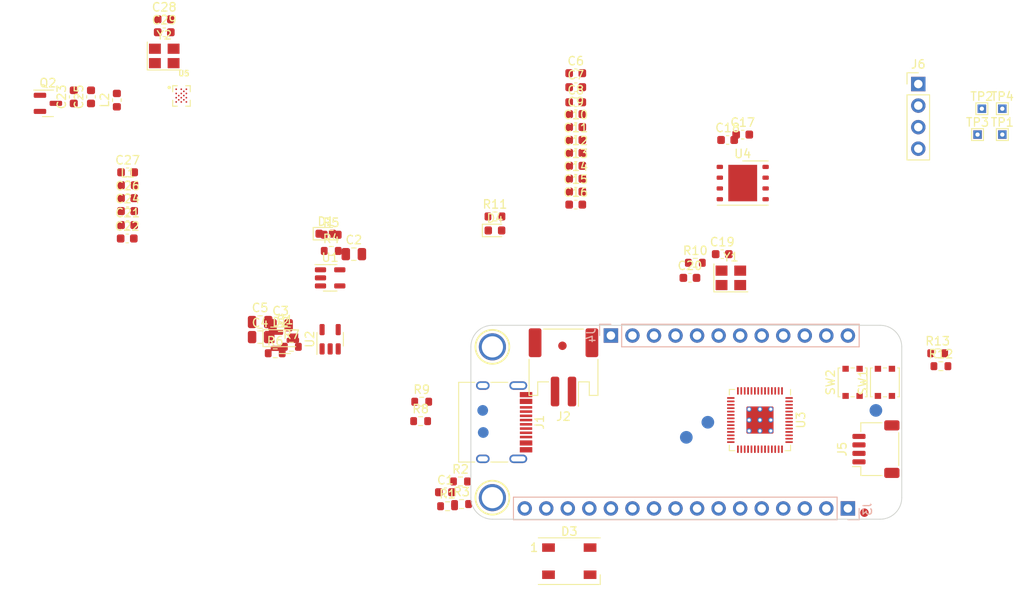
<source format=kicad_pcb>
(kicad_pcb (version 20210824) (generator pcbnew)
  (layers (0 "F.Cu" signal) (31 "B.Cu" signal) (34 "B.Paste" user) (35 "F.Paste" user) (36 "B.SilkS" user "B.Silkscreen") (37 "F.SilkS" user "F.Silkscreen") (38 "B.Mask" user) (39 "F.Mask" user) (44 "Edge.Cuts" user))
  (net 0 "")
  (net 1 "Net-(C1-Pad1)")
  (net 2 "GND")
  (net 3 "+BATT")
  (net 4 "/V_IN")
  (net 5 "+3V3")
  (net 6 "VDD")
  (net 7 "/RP_XIN")
  (net 8 "Net-(C20-Pad1)")
  (net 9 "Net-(AE1-Pad1)")
  (net 10 "Net-(C22-Pad1)")
  (net 11 "/DA_VIN")
  (net 12 "/DA_VREG")
  (net 13 "Net-(C27-Pad1)")
  (net 14 "Net-(C28-Pad1)")
  (net 15 "Net-(C29-Pad1)")
  (net 16 "Net-(D1-Pad1)")
  (net 17 "VUSB")
  (net 18 "/NEOPIX")
  (net 20 "Net-(D4-Pad2)")
  (net 21 "/D+")
  (net 22 "/CC2")
  (net 24 "/D-")
  (net 25 "/CC1")
  (net 27 "/D4")
  (net 28 "/TX")
  (net 29 "/RX")
  (net 30 "/MISO")
  (net 31 "/MOSI")
  (net 32 "/SCK")
  (net 33 "/D25")
  (net 34 "/D24")
  (net 35 "/A3")
  (net 36 "/A2")
  (net 37 "/A1")
  (net 38 "/A0")
  (net 39 "/~{RESET}")
  (net 40 "/EN")
  (net 41 "/D13")
  (net 42 "/D12")
  (net 43 "/D11")
  (net 44 "/D10")
  (net 45 "/D9")
  (net 46 "/D6")
  (net 47 "/D5")
  (net 48 "/SCL")
  (net 49 "/SDA")
  (net 50 "/RP_SWCLK")
  (net 51 "/RP_SWDIO")
  (net 52 "/DA_SWCLK")
  (net 53 "/DA_SWDIO")
  (net 54 "Net-(L2-Pad2)")
  (net 55 "/DA_PWR")
  (net 56 "/CHG_PROG")
  (net 57 "/CHG_STAT")
  (net 58 "/RP_D+")
  (net 59 "/RP_D-")
  (net 60 "/RP_XOUT")
  (net 61 "/QSPI_SS")
  (net 63 "/DA_RX")
  (net 64 "/DA_TX")
  (net 70 "/QSPI_SD3")
  (net 71 "/QSPI_SCLK")
  (net 72 "/QSPI_SD0")
  (net 73 "/QSPI_SD2")
  (net 74 "/QSPI_SD1")
  (net 77 "/USB_BOOT")
  (footprint "Capacitor_SMD:C_0805_2012Metric" (layer "F.Cu") (at 60.071 85.852)
    (fp_text reference "C3" (at 0 -1.68) (layer "F.SilkS"))
    (fp_text value "10u")
    (pad "1" smd roundrect locked (at -0.95 0) (size 1 1.45) (layers "F.Cu" "F.Paste" "F.Mask") (net 4 "/V_IN"))
    (pad "2" smd roundrect locked (at 0.95 0) (size 1 1.45) (layers "F.Cu" "F.Paste" "F.Mask") (net 2 "GND"))
  )
  (footprint "Resistor_SMD:R_0603_1608Metric" (layer "F.Cu") (at 108.966 78.486)
    (fp_text reference "R10" (at 0 -1.43) (layer "F.SilkS"))
    (fp_text value "1k")
    (pad "1" smd roundrect locked (at -0.825 0) (size 0.8 0.95) (layers "F.Cu" "F.Paste" "F.Mask") (net 60 "/RP_XOUT"))
    (pad "2" smd roundrect locked (at 0.825 0) (size 0.8 0.95) (layers "F.Cu" "F.Paste" "F.Mask") (net 8 "Net-(C20-Pad1)"))
  )
  (footprint "TestPoint:TestPoint_THTPad_1.0x1.0mm_Drill0.5mm" (layer "F.Cu") (at 145.161 63.373)
    (fp_text reference "TP1" (at 0 -1.448) (layer "F.SilkS"))
    (fp_text value "SWDIO")
    (pad "1" thru_hole rect locked (at 0 0) (size 1 1) (drill 0.5) (layers *.Cu *.Mask) (net 51 "/RP_SWDIO"))
  )
  (footprint "Capacitor_SMD:C_0603_1608Metric" (layer "F.Cu") (at 108.331 80.264)
    (fp_text reference "C20" (at 0 -1.43) (layer "F.SilkS"))
    (fp_text value "22p")
    (pad "1" smd roundrect locked (at -0.775 0) (size 0.9 0.95) (layers "F.Cu" "F.Paste" "F.Mask") (net 8 "Net-(C20-Pad1)"))
    (pad "2" smd roundrect locked (at 0.775 0) (size 0.9 0.95) (layers "F.Cu" "F.Paste" "F.Mask") (net 2 "GND"))
  )
  (footprint "Resistor_SMD:R_0603_1608Metric" (layer "F.Cu") (at 66.04 77.089)
    (fp_text reference "R4" (at 0 -1.43) (layer "F.SilkS"))
    (fp_text value "10k")
    (pad "1" smd roundrect locked (at -0.825 0) (size 0.8 0.95) (layers "F.Cu" "F.Paste" "F.Mask") (net 56 "/CHG_PROG"))
    (pad "2" smd roundrect locked (at 0.825 0) (size 0.8 0.95) (layers "F.Cu" "F.Paste" "F.Mask") (net 2 "GND"))
  )
  (footprint "Package_SON:WSON-8-1EP_6x5mm_P1.27mm_EP3.4x4.3mm" (layer "F.Cu") (at 114.554 69.088)
    (fp_text reference "U4" (at 0 -3.45) (layer "F.SilkS"))
    (fp_text value "W25Q16JVUXIQ")
    (pad "1" smd roundrect locked (at -2.7 -1.905) (size 0.75 0.5) (layers "F.Cu" "F.Paste" "F.Mask") (net 61 "/QSPI_SS"))
    (pad "2" smd roundrect locked (at -2.7 -0.635) (size 0.75 0.5) (layers "F.Cu" "F.Paste" "F.Mask") (net 74 "/QSPI_SD1"))
    (pad "3" smd roundrect locked (at -2.7 0.635) (size 0.75 0.5) (layers "F.Cu" "F.Paste" "F.Mask") (net 73 "/QSPI_SD2"))
    (pad "4" smd roundrect locked (at -2.7 1.905) (size 0.75 0.5) (layers "F.Cu" "F.Paste" "F.Mask") (net 2 "GND"))
    (pad "5" smd roundrect locked (at 2.7 1.905) (size 0.75 0.5) (layers "F.Cu" "F.Paste" "F.Mask") (net 72 "/QSPI_SD0"))
    (pad "6" smd roundrect locked (at 2.7 0.635) (size 0.75 0.5) (layers "F.Cu" "F.Paste" "F.Mask") (net 71 "/QSPI_SCLK"))
    (pad "7" smd roundrect locked (at 2.7 -0.635) (size 0.75 0.5) (layers "F.Cu" "F.Paste" "F.Mask") (net 70 "/QSPI_SD3"))
    (pad "8" smd roundrect locked (at 2.7 -1.905) (size 0.75 0.5) (layers "F.Cu" "F.Paste" "F.Mask") (net 5 "+3V3"))
    (pad "9" smd rect locked (at 0 0) (size 3.4 4.3) (layers "F.Cu" "F.Mask") (net 2 "GND"))
  )
  (footprint "Capacitor_SMD:C_0603_1608Metric" (layer "F.Cu") (at 94.869 68.58)
    (fp_text reference "C14" (at 0 -1.43) (layer "F.SilkS"))
    (fp_text value "2.2u")
    (pad "1" smd roundrect locked (at -0.775 0) (size 0.9 0.95) (layers "F.Cu" "F.Paste" "F.Mask") (net 6 "VDD"))
    (pad "2" smd roundrect locked (at 0.775 0) (size 0.9 0.95) (layers "F.Cu" "F.Paste" "F.Mask") (net 2 "GND"))
  )
  (footprint "TestPoint:TestPoint_THTPad_1.0x1.0mm_Drill0.5mm" (layer "F.Cu") (at 142.24 63.373)
    (fp_text reference "TP3" (at 0 -1.448) (layer "F.SilkS"))
    (fp_text value "SWDIO")
    (pad "1" thru_hole rect locked (at 0 0) (size 1 1) (drill 0.5) (layers *.Cu *.Mask) (net 53 "/DA_SWDIO"))
  )
  (footprint "Capacitor_SMD:C_0603_1608Metric" (layer "F.Cu") (at 41.989 75.624)
    (fp_text reference "C22" (at 0 -1.43) (layer "F.SilkS"))
    (fp_text value "1.8p")
    (pad "1" smd roundrect locked (at -0.775 0) (size 0.9 0.95) (layers "F.Cu" "F.Paste" "F.Mask") (net 10 "Net-(C22-Pad1)"))
    (pad "2" smd roundrect locked (at 0.775 0) (size 0.9 0.95) (layers "F.Cu" "F.Paste" "F.Mask") (net 9 "Net-(AE1-Pad1)"))
  )
  (footprint "Capacitor_SMD:C_0603_1608Metric" (layer "F.Cu") (at 42.037 72.39)
    (fp_text reference "C24" (at 0 -1.43) (layer "F.SilkS"))
    (fp_text value "0.8p")
    (pad "1" smd roundrect locked (at -0.775 0) (size 0.9 0.95) (layers "F.Cu" "F.Paste" "F.Mask") (net 10 "Net-(C22-Pad1)"))
    (pad "2" smd roundrect locked (at 0.775 0) (size 0.9 0.95) (layers "F.Cu" "F.Paste" "F.Mask") (net 2 "GND"))
  )
  (footprint "Adafruit Feather RP2040:MOUNTINGHOLE_2.5_PLATED" (layer "F.Cu") (at 85.043238 106.17815 -90)
    (fp_text reference "U$32" hide)
    (fp_text value "MOUNTINGHOLE2.5" hide)
    (pad "P$1" thru_hole circle locked (at 0 0 270) (size 3.2 3.2) (drill 2.5) (layers *.Cu *.Mask))
  )
  (footprint "Connector_JST:JST_SH_SM04B-SRSS-TB_1x04-1MP_P1.00mm_Horizontal" (layer "F.Cu") (at 130.261738 100.457 90)
    (fp_text reference "J5" (at 0 -3.98 90) (layer "F.SilkS"))
    (fp_text value "Qwiic/STEMMA QT")
    (pad "1" smd roundrect locked (at -1.5 -2 90) (size 0.6 1.55) (layers "F.Cu" "F.Paste" "F.Mask") (net 2 "GND"))
    (pad "2" smd roundrect locked (at -0.5 -2 90) (size 0.6 1.55) (layers "F.Cu" "F.Paste" "F.Mask") (net 5 "+3V3"))
    (pad "3" smd roundrect locked (at 0.5 -2 90) (size 0.6 1.55) (layers "F.Cu" "F.Paste" "F.Mask") (net 49 "/SDA"))
    (pad "4" smd roundrect locked (at 1.5 -2 90) (size 0.6 1.55) (layers "F.Cu" "F.Paste" "F.Mask") (net 48 "/SCL"))
    (pad "MP" smd roundrect locked (at -2.8 1.875 90) (size 1.2 1.8) (layers "F.Cu" "F.Paste" "F.Mask") (roundrect_rratio 0.208333) (net 2 "GND"))
    (pad "MP" smd roundrect locked (at 2.8 1.875 90) (size 1.2 1.8) (layers "F.Cu" "F.Paste" "F.Mask") (roundrect_rratio 0.208333) (net 2 "GND"))
  )
  (footprint "Inductor_SMD:L_0603_1608Metric" (layer "F.Cu") (at 42.0625 69.342)
    (fp_text reference "L1" (at 0 -1.43) (layer "F.SilkS"))
    (fp_text value "2.2u")
    (pad "1" smd roundrect locked (at -0.7875 0) (size 0.875 0.95) (layers "F.Cu" "F.Paste" "F.Mask") (net 10 "Net-(C22-Pad1)"))
    (pad "2" smd roundrect locked (at 0.7875 0) (size 0.875 0.95) (layers "F.Cu" "F.Paste" "F.Mask") (net 13 "Net-(C27-Pad1)"))
  )
  (footprint "rp2040_bt_feather:SW_SPST_PTS830" (layer "F.Cu") (at 131.318 92.583 90)
    (fp_text reference "SW1" (at 0 -2.6 90) (layer "F.SilkS"))
    (fp_text value "SW_Push")
    (pad "1" smd rect locked (at 1.6 -0.825 90) (size 0.7 0.75) (layers "F.Cu" "F.Paste" "F.Mask") (net 2 "GND"))
    (pad "1" smd rect locked (at -1.6 -0.825 90) (size 0.7 0.75) (layers "F.Cu" "F.Paste" "F.Mask") (net 2 "GND"))
    (pad "2" smd rect locked (at 1.6 0.825 90) (size 0.7 0.75) (layers "F.Cu" "F.Paste" "F.Mask") (net 77 "/USB_BOOT"))
    (pad "2" smd rect locked (at -1.6 0.825 90) (size 0.7 0.75) (layers "F.Cu" "F.Paste" "F.Mask") (net 77 "/USB_BOOT"))
  )
  (footprint "Adafruit Feather RP2040:RP2040_TOP" (layer "F.Cu") (at 82.503238 108.71815)
    (fp_text reference "U$43" hide)
    (fp_text value "" hide)
  )
  (footprint "TestPoint:TestPoint_THTPad_1.0x1.0mm_Drill0.5mm" (layer "F.Cu") (at 142.748 60.325)
    (fp_text reference "TP2" (at 0 -1.448) (layer "F.SilkS"))
    (fp_text value "SWCLK")
    (pad "1" thru_hole rect locked (at 0 0) (size 1 1) (drill 0.5) (layers *.Cu *.Mask) (net 50 "/RP_SWCLK"))
  )
  (footprint "Resistor_SMD:R_0603_1608Metric" (layer "F.Cu") (at 59.436 89.154)
    (fp_text reference "R6" (at 0 -1.43) (layer "F.SilkS"))
    (fp_text value "10k")
    (pad "1" smd roundrect locked (at -0.825 0) (size 0.8 0.95) (layers "F.Cu" "F.Paste" "F.Mask") (net 17 "VUSB"))
    (pad "2" smd roundrect locked (at 0.825 0) (size 0.8 0.95) (layers "F.Cu" "F.Paste" "F.Mask") (net 2 "GND"))
  )
  (footprint "Capacitor_SMD:C_0603_1608Metric" (layer "F.Cu") (at 42.037 70.866)
    (fp_text reference "C26" (at 0 -1.43) (layer "F.SilkS"))
    (fp_text value "1.8p")
    (pad "1" smd roundrect locked (at -0.775 0) (size 0.9 0.95) (layers "F.Cu" "F.Paste" "F.Mask") (net 10 "Net-(C22-Pad1)"))
    (pad "2" smd roundrect locked (at 0.775 0) (size 0.9 0.95) (layers "F.Cu" "F.Paste" "F.Mask") (net 2 "GND"))
  )
  (footprint "Resistor_SMD:R_0603_1608Metric" (layer "F.Cu") (at 76.581 97.155)
    (fp_text reference "R8" (at 0 -1.43) (layer "F.SilkS"))
    (fp_text value "27")
    (pad "1" smd roundrect locked (at -0.825 0) (size 0.8 0.95) (layers "F.Cu" "F.Paste" "F.Mask") (net 21 "/D+"))
    (pad "2" smd roundrect locked (at 0.825 0) (size 0.8 0.95) (layers "F.Cu" "F.Paste" "F.Mask") (net 58 "/RP_D+"))
  )
  (footprint "Resistor_SMD:R_0603_1608Metric" (layer "F.Cu") (at 76.708 94.869)
    (fp_text reference "R9" (at 0 -1.43) (layer "F.SilkS"))
    (fp_text value "27")
    (pad "1" smd roundrect locked (at -0.825 0) (size 0.8 0.95) (layers "F.Cu" "F.Paste" "F.Mask") (net 24 "/D-"))
    (pad "2" smd roundrect locked (at 0.825 0) (size 0.8 0.95) (layers "F.Cu" "F.Paste" "F.Mask") (net 59 "/RP_D-"))
  )
  (footprint "Package_TO_SOT_SMD:SOT-23" (layer "F.Cu") (at 60.579 87.63)
    (fp_text reference "Q1" (at 0 -2.4) (layer "F.SilkS"))
    (fp_text value "DMG3415U-7?")
    (pad "1" smd roundrect locked (at -0.9375 -0.95) (size 1.475 0.6) (layers "F.Cu" "F.Paste" "F.Mask") (net 3 "+BATT"))
    (pad "2" smd roundrect locked (at -0.9375 0.95) (size 1.475 0.6) (layers "F.Cu" "F.Paste" "F.Mask") (net 17 "VUSB"))
    (pad "3" smd roundrect locked (at 0.9375 0) (size 1.475 0.6) (layers "F.Cu" "F.Paste" "F.Mask") (net 4 "/V_IN"))
  )
  (footprint "Connector_PinHeader_2.54mm:PinHeader_1x04_P2.54mm_Vertical" (layer "F.Cu") (at 135.255 57.414)
    (fp_text reference "J6" (at 0 -2.33) (layer "F.SilkS"))
    (fp_text value "SWD")
    (pad "1" thru_hole rect locked (at 0 0) (size 1.7 1.7) (drill 1) (layers *.Cu *.Mask) (net 50 "/RP_SWCLK"))
    (pad "2" thru_hole oval locked (at 0 2.54) (size 1.7 1.7) (drill 1) (layers *.Cu *.Mask) (net 51 "/RP_SWDIO"))
    (pad "3" thru_hole oval locked (at 0 5.08) (size 1.7 1.7) (drill 1) (layers *.Cu *.Mask) (net 52 "/DA_SWCLK"))
    (pad "4" thru_hole oval locked (at 0 7.62) (size 1.7 1.7) (drill 1) (layers *.Cu *.Mask) (net 53 "/DA_SWDIO"))
  )
  (footprint "Capacitor_SMD:C_0603_1608Metric" (layer "F.Cu") (at 112.141 77.47)
    (fp_text reference "C19" (at 0 -1.43) (layer "F.SilkS"))
    (fp_text value "22p")
    (pad "1" smd roundrect locked (at -0.775 0) (size 0.9 0.95) (layers "F.Cu" "F.Paste" "F.Mask") (net 7 "/RP_XIN"))
    (pad "2" smd roundrect locked (at 0.775 0) (size 0.9 0.95) (layers "F.Cu" "F.Paste" "F.Mask") (net 2 "GND"))
  )
  (footprint "Diode_SMD:D_SOD-123F" (layer "F.Cu") (at 60.198 87.376)
    (fp_text reference "D2" (at -0.127 -1.905) (layer "F.SilkS"))
    (fp_text value "D_Schottky")
    (pad "1" smd rect locked (at -1.4 0) (size 1.1 1.1) (layers "F.Cu" "F.Paste" "F.Mask") (net 4 "/V_IN"))
    (pad "2" smd rect locked (at 1.4 0) (size 1.1 1.1) (layers "F.Cu" "F.Paste" "F.Mask") (net 17 "VUSB"))
  )
  (footprint "Resistor_SMD:R_0603_1608Metric" (layer "F.Cu") (at 137.541 89.154)
    (fp_text reference "R13" (at 0 -1.43) (layer "F.SilkS"))
    (fp_text value "10k")
    (pad "1" smd roundrect locked (at -0.825 0) (size 0.8 0.95) (layers "F.Cu" "F.Paste" "F.Mask") (net 5 "+3V3"))
    (pad "2" smd roundrect locked (at 0.825 0) (size 0.8 0.95) (layers "F.Cu" "F.Paste" "F.Mask") (net 39 "/~{RESET}"))
  )
  (footprint "Capacitor_SMD:C_0603_1608Metric" (layer "F.Cu") (at 94.869 64.008)
    (fp_text reference "C11" (at 0 -1.43) (layer "F.SilkS"))
    (fp_text value "100n")
    (pad "1" smd roundrect locked (at -0.775 0) (size 0.9 0.95) (layers "F.Cu" "F.Paste" "F.Mask") (net 5 "+3V3"))
    (pad "2" smd roundrect locked (at 0.775 0) (size 0.9 0.95) (layers "F.Cu" "F.Paste" "F.Mask") (net 2 "GND"))
  )
  (footprint "Capacitor_SMD:C_0603_1608Metric" (layer "F.Cu") (at 114.554 63.373)
    (fp_text reference "C17" (at 0 -1.43) (layer "F.SilkS"))
    (fp_text value "100n")
    (pad "1" smd roundrect locked (at -0.775 0) (size 0.9 0.95) (layers "F.Cu" "F.Paste" "F.Mask") (net 5 "+3V3"))
    (pad "2" smd roundrect locked (at 0.775 0) (size 0.9 0.95) (layers "F.Cu" "F.Paste" "F.Mask") (net 2 "GND"))
  )
  (footprint "Adafruit Feather RP2040:MOUNTINGHOLE_2.5_PLATED" (layer "F.Cu") (at 85.043238 88.39815 -90)
    (fp_text reference "U$31" hide)
    (fp_text value "MOUNTINGHOLE2.5" hide)
    (pad "P$1" thru_hole circle locked (at 0 0 270) (size 3.2 3.2) (drill 2.5) (layers *.Cu *.Mask))
  )
  (footprint "Diode_SMD:D_0603_1608Metric" (layer "F.Cu") (at 65.405 75.057)
    (fp_text reference "D1" (at 0 -1.43) (layer "F.SilkS"))
    (fp_text value "ORANGE")
    (pad "1" smd roundrect locked (at -0.7875 0) (size 0.875 0.95) (layers "F.Cu" "F.Paste" "F.Mask") (net 16 "Net-(D1-Pad1)"))
    (pad "2" smd roundrect locked (at 0.7875 0) (size 0.875 0.95) (layers "F.Cu" "F.Paste" "F.Mask") (net 17 "VUSB"))
  )
  (footprint "Inductor_SMD:L_0603_1608Metric" (layer "F.Cu") (at 40.767 59.309 90)
    (fp_text reference "L2" (at 0 -1.43 90) (layer "F.SilkS"))
    (fp_text value "2.2u")
    (pad "1" smd roundrect locked (at -0.7875 0 90) (size 0.875 0.95) (layers "F.Cu" "F.Paste" "F.Mask") (net 12 "/DA_VREG"))
    (pad "2" smd roundrect locked (at 0.7875 0 90) (size 0.875 0.95) (layers "F.Cu" "F.Paste" "F.Mask") (net 54 "Net-(L2-Pad2)"))
  )
  (footprint "rp2040_bt_feather:RP2040-QFN-56" (layer "F.Cu") (at 116.586 97.028 -90)
    (fp_text reference "U3" (at 0 -4.82 90) (layer "F.SilkS"))
    (fp_text value "RP2040")
    (pad "1" smd roundrect (at -3.4375 -2.6 270) (size 0.875 0.2) (layers "F.Cu" "F.Paste" "F.Mask") (net 5 "+3V3"))
    (pad "2" smd roundrect (at -3.4375 -2.2 270) (size 0.875 0.2) (layers "F.Cu" "F.Paste" "F.Mask") (net 28 "/TX"))
    (pad "3" smd roundrect (at -3.4375 -1.8 270) (size 0.875 0.2) (layers "F.Cu" "F.Paste" "F.Mask") (net 29 "/RX"))
    (pad "4" smd roundrect (at -3.4375 -1.4 270) (size 0.875 0.2) (layers "F.Cu" "F.Paste" "F.Mask") (net 49 "/SDA"))
    (pad "5" smd roundrect (at -3.4375 -1 270) (size 0.875 0.2) (layers "F.Cu" "F.Paste" "F.Mask") (net 48 "/SCL"))
    (pad "6" smd roundrect (at -3.4375 -0.6 270) (size 0.875 0.2) (layers "F.Cu" "F.Paste" "F.Mask") (net 63 "/DA_RX"))
    (pad "7" smd roundrect (at -3.4375 -0.2 270) (size 0.875 0.2) (layers "F.Cu" "F.Paste" "F.Mask") (net 64 "/DA_TX"))
    (pad "8" smd roundrect (at -3.4375 0.2 270) (size 0.875 0.2) (layers "F.Cu" "F.Paste" "F.Mask") (net 27 "/D4"))
    (pad "9" smd roundrect (at -3.4375 0.6 270) (size 0.875 0.2) (layers "F.Cu" "F.Paste" "F.Mask") (net 47 "/D5"))
    (pad "10" smd roundrect (at -3.4375 1 270) (size 0.875 0.2) (layers "F.Cu" "F.Paste" "F.Mask") (net 5 "+3V3"))
    (pad "11" smd roundrect (at -3.4375 1.4 270) (size 0.875 0.2) (layers "F.Cu" "F.Paste" "F.Mask") (net 46 "/D6"))
    (pad "12" smd roundrect (at -3.4375 1.8 270) (size 0.875 0.2) (layers "F.Cu" "F.Paste" "F.Mask") (net 45 "/D9"))
    (pad "13" smd roundrect (at -3.4375 2.2 270) (size 0.875 0.2) (layers "F.Cu" "F.Paste" "F.Mask") (net 44 "/D10"))
    (pad "14" smd roundrect (at -3.4375 2.6 270) (size 0.875 0.2) (layers "F.Cu" "F.Paste" "F.Mask") (net 43 "/D11"))
    (pad "15" smd roundrect (at -2.6 3.4375 270) (size 0.2 0.875) (layers "F.Cu" "F.Paste" "F.Mask") (net 42 "/D12"))
    (pad "16" smd roundrect (at -2.2 3.4375 270) (size 0.2 0.875) (layers "F.Cu" "F.Paste" "F.Mask") (net 41 "/D13"))
    (pad "17" smd roundrect (at -1.8 3.4375 270) (size 0.2 0.875) (layers "F.Cu" "F.Paste" "F.Mask") (net 55 "/DA_PWR"))
    (pad "18" smd roundrect (at -1.4 3.4375 270) (size 0.2 0.875) (layers "F.Cu" "F.Paste" "F.Mask"))
    (pad "19" smd roundrect (at -1 3.4375 270) (size 0.2 0.875) (layers "F.Cu" "F.Paste" "F.Mask") (net 2 "GND"))
    (pad "20" smd roundrect (at -0.6 3.4375 270) (size 0.2 0.875) (layers "F.Cu" "F.Paste" "F.Mask") (net 7 "/RP_XIN"))
    (pad "21" smd roundrect (at -0.2 3.4375 270) (size 0.2 0.875) (layers "F.Cu" "F.Paste" "F.Mask") (net 60 "/RP_XOUT"))
    (pad "22" smd roundrect (at 0.2 3.4375 270) (size 0.2 0.875) (layers "F.Cu" "F.Paste" "F.Mask") (net 5 "+3V3"))
    (pad "23" smd roundrect (at 0.6 3.4375 270) (size 0.2 0.875) (layers "F.Cu" "F.Paste" "F.Mask") (net 6 "VDD"))
    (pad "24" smd roundrect (at 1 3.4375 270) (size 0.2 0.875) (layers "F.Cu" "F.Paste" "F.Mask") (net 50 "/RP_SWCLK"))
    (pad "25" smd roundrect (at 1.4 3.4375 270) (size 0.2 0.875) (layers "F.Cu" "F.Paste" "F.Mask") (net 51 "/RP_SWDIO"))
    (pad "26" smd roundrect (at 1.8 3.4375 270) (size 0.2 0.875) (layers "F.Cu" "F.Paste" "F.Mask") (net 39 "/~{RESET}"))
    (pad "27" smd roundrect (at 2.2 3.4375 270) (size 0.2 0.875) (layers "F.Cu" "F.Paste" "F.Mask") (net 18 "/NEOPIX"))
    (pad "28" smd roundrect (at 2.6 3.4375 270) (size 0.2 0.875) (layers "F.Cu" "F.Paste" "F.Mask"))
    (pad "29" smd roundrect (at 3.4375 2.6 270) (size 0.875 0.2) (layers "F.Cu" "F.Paste" "F.Mask") (net 32 "/SCK"))
    (pad "30" smd roundrect (at 3.4375 2.2 270) (size 0.875 0.2) (layers "F.Cu" "F.Paste" "F.Mask") (net 31 "/MOSI"))
    (pad "31" smd roundrect (at 3.4375 1.8 270) (size 0.875 0.2) (layers "F.Cu" "F.Paste" "F.Mask") (net 30 "/MISO"))
    (pad "32" smd roundrect (at 3.4375 1.4 270) (size 0.875 0.2) (layers "F.Cu" "F.Paste" "F.Mask"))
    (pad "33" smd roundrect (at 3.4375 1 270) (size 0.875 0.2) (layers "F.Cu" "F.Paste" "F.Mask") (net 5 "+3V3"))
    (pad "34" smd roundrect (at 3.4375 0.6 270) (size 0.875 0.2) (layers "F.Cu" "F.Paste" "F.Mask"))
    (pad "35" smd roundrect (at 3.4375 0.2 270) (size 0.875 0.2) (layers "F.Cu" "F.Paste" "F.Mask"))
    (pad "36" smd roundrect (at 3.4375 -0.2 270) (size 0.875 0.2) (layers "F.Cu" "F.Paste" "F.Mask") (net 34 "/D24"))
    (pad "37" smd roundrect (at 3.4375 -0.6 270) (size 0.875 0.2) (layers "F.Cu" "F.Paste" "F.Mask") (net 33 "/D25"))
    (pad "38" smd roundrect (at 3.4375 -1 270) (size 0.875 0.2) (layers "F.Cu" "F.Paste" "F.Mask") (net 38 "/A0"))
    (pad "39" smd roundrect (at 3.4375 -1.4 270) (size 0.875 0.2) (layers "F.Cu" "F.Paste" "F.Mask") (net 37 "/A1"))
    (pad "40" smd roundrect (at 3.4375 -1.8 270) (size 0.875 0.2) (layers "F.Cu" "F.Paste" "F.Mask") (net 36 "/A2"))
    (pad "41" smd roundrect (at 3.4375 -2.2 270) (size 0.875 0.2) (layers "F.Cu" "F.Paste" "F.Mask") (net 35 "/A3"))
    (pad "42" smd roundrect (at 3.4375 -2.6 270) (size 0.875 0.2) (layers "F.Cu" "F.Paste" "F.Mask") (net 5 "+3V3"))
    (pad "43" smd roundrect (at 2.6 -3.4375 270) (size 0.2 0.875) (layers "F.Cu" "F.Paste" "F.Mask") (net 5 "+3V3"))
    (pad "44" smd roundrect (at 2.2 -3.4375 270) (size 0.2 0.875) (layers "F.Cu" "F.Paste" "F.Mask") (net 5 "+3V3"))
    (pad "45" smd roundrect (at 1.8 -3.4375 270) (size 0.2 0.875) (layers "F.Cu" "F.Paste" "F.Mask") (net 6 "VDD"))
    (pad "46" smd roundrect (at 1.4 -3.4375 270) (size 0.2 0.875) (layers "F.Cu" "F.Paste" "F.Mask") (net 59 "/RP_D-"))
    (pad "47" smd roundrect (at 1 -3.4375 270) (size 0.2 0.875) (layers "F.Cu" "F.Paste" "F.Mask") (net 58 "/RP_D+"))
    (pad "48" smd roundrect (at 0.6 -3.4375 270) (size 0.2 0.875) (layers "F.Cu" "F.Paste" "F.Mask") (net 5 "+3V3"))
    (pad "49" smd roundrect (at 0.2 -3.4375 270) (size 0.2 0.875) (layers "F.Cu" "F.Paste" "F.Mask") (net 5 "+3V3"))
    (pad "50" smd roundrect (at -0.2 -3.4375 270) (size 0.2 0.875) (layers "F.Cu" "F.Paste" "F.Mask") (net 6 "VDD"))
    (pad "51" smd roundrect (at -0.6 -3.4375 270) (size 0.2 0.875) (layers "F.Cu" "F.Paste" "F.Mask") (net 70 "/QSPI_SD3"))
    (pad "52" smd roundrect (at -1 -3.4375 270) (size 0.2 0.875) (layers "F.Cu" "F.Paste" "F.Mask") (net 71 "/QSPI_SCLK"))
    (pad "53" smd roundrect (at -1.4 -3.4375 270) (size 0.2 0.875) (layers "F.Cu" "F.Paste" "F.Mask") (net 72 "/QSPI_SD0"))
    (pad "54" smd roundrect (at -1.8 -3.4375 270) (size 0.2 0.875) (layers "F.Cu" "F.Paste" "F.Mask") (net 73 "/QSPI_SD2"))
    (pad "55" smd roundrect (at -2.2 -3.4375 270) (size 0.2 0.875) (layers "F.Cu" "F.Paste" "F.Mask") (net 74 "/QSPI_SD1"))
    (pad "56" smd roundrect (at -2.6 -3.4375 270) (size 0.2 0.875) (layers "F.Cu" "F.Paste" "F.Mask") (net 61 "/QSPI_SS"))
    (pad "57" thru_hole circle (at 0 0 270) (size 0.6 0.6) (drill 0.35) (layers *.Cu) (net 2 "GND"))
    (pad "57" thru_hole circle (at 1.275 1.275 270) (size 0.6 0.6) (drill 0.35) (layers *.Cu) (net 2 "GND"))
    (pad "57" thru_hole circle (at 1.275 0 270) (size 0.6 0.6) (drill 0.35) (layers *.Cu) (net 2 "GND"))
    (pad "57" thru_hole circle (at -1.275 0 270) (size 0.6 0.6) (drill 0.35) (layers *.Cu) (net 2 "GND"))
    (pad "57" thru_hole circle (at 0 -1.275 270) (size 0.6 0.6) (drill 0.35) (layers *.Cu) (net 2 "GND"))
    (pad "57" thru_hole circle (at -1.275 -1.275 270) (size 0.6 0.6) (drill 0.35) (layers *.Cu) (net 2 "GND"))
    (pad "57" thru_hole circle (at -1.275 1.275 270) (size 0.6 0.6) (drill 0.35) (layers *.Cu) (net 2 "GND"))
    (pad "57" smd roundrect (at 0 0 270) (size 3.2 3.2) (layers "F.Cu" "F.Mask") (roundrect_rratio 0.045) (net 2 "GND"))
    (pad "57" thru_hole circle (at 1.275 -1.275 270) (size 0.6 0.6) (drill 0.35) (layers *.Cu) (net 2 "GND"))
    (pad "57" thru_hole circle (at 0 1.275 270) (size 0.6 0.6) (drill 0.35) (layers *.Cu) (net 2 "GND"))
  )
  (footprint "Package_TO_SOT_SMD:SOT-23-5" (layer "F.Cu") (at 65.913 80.264)
    (fp_text reference "U1" (at 0 -2.4) (layer "F.SilkS"))
    (fp_text value "MCP73831")
    (pad "1" smd roundrect locked (at -1.1375 -0.95) (size 1.325 0.6) (layers "F.Cu" "F.Paste" "F.Mask") (net 57 "/CHG_STAT"))
    (pad "2" smd roundrect locked (at -1.1375 0) (size 1.325 0.6) (layers "F.Cu" "F.Paste" "F.Mask") (net 2 "GND"))
    (pad "3" smd roundrect locked (at -1.1375 0.95) (size 1.325 0.6) (layers "F.Cu" "F.Paste" "F.Mask") (net 3 "+BATT"))
    (pad "4" smd roundrect locked (at 1.1375 0.95) (size 1.325 0.6) (layers "F.Cu" "F.Paste" "F.Mask") (net 17 "VUSB"))
    (pad "5" smd roundrect locked (at 1.1375 -0.95) (size 1.325 0.6) (layers "F.Cu" "F.Paste" "F.Mask") (net 56 "/CHG_PROG"))
  )
  (footprint "Capacitor_SMD:C_0603_1608Metric" (layer "F.Cu") (at 94.869 65.532)
    (fp_text reference "C12" (at 0 -1.43) (layer "F.SilkS"))
    (fp_text value "100n")
    (pad "1" smd roundrect locked (at -0.775 0) (size 0.9 0.95) (layers "F.Cu" "F.Paste" "F.Mask") (net 5 "+3V3"))
    (pad "2" smd roundrect locked (at 0.775 0) (size 0.9 0.95) (layers "F.Cu" "F.Paste" "F.Mask") (net 2 "GND"))
  )
  (footprint "Package_TO_SOT_SMD:SOT-23-5" (layer "F.Cu") (at 65.913 87.503 90)
    (fp_text reference "U2" (at 0 -2.4 90) (layer "F.SilkS"))
    (fp_text value "MIC5504-3.3YM5")
    (pad "1" smd roundrect locked (at -1.1375 -0.95 90) (size 1.325 0.6) (layers "F.Cu" "F.Paste" "F.Mask") (net 4 "/V_IN"))
    (pad "2" smd roundrect locked (at -1.1375 0 90) (size 1.325 0.6) (layers "F.Cu" "F.Paste" "F.Mask") (net 2 "GND"))
    (pad "3" smd roundrect locked (at -1.1375 0.95 90) (size 1.325 0.6) (layers "F.Cu" "F.Paste" "F.Mask") (net 40 "/EN"))
    (pad "4" smd roundrect locked (at 1.1375 0.95 90) (size 1.325 0.6) (layers "F.Cu" "F.Paste" "F.Mask"))
    (pad "5" smd roundrect locked (at 1.1375 -0.95 90) (size 1.325 0.6) (layers "F.Cu" "F.Paste" "F.Mask") (net 5 "+3V3"))
  )
  (footprint "Adafruit Feather RP2040:FIDUCIAL_1MM" (layer "F.Cu") (at 93.298238 88.27115 -90)
    (fp_text reference "U$34" hide)
    (fp_text value "FIDUCIAL_1MM" hide)
    (pad "1" smd roundrect locked (at 0 0 270) (size 1 1) (layers "F.Cu" "F.Mask") (roundrect_rratio 0.5))
  )
  (footprint "Capacitor_SMD:C_0603_1608Metric" (layer "F.Cu") (at 46.355 49.784)
    (fp_text reference "C28" (at 0 -1.43) (layer "F.SilkS"))
    (fp_text value "pF")
    (pad "1" smd roundrect locked (at -0.775 0) (size 0.9 0.95) (layers "F.Cu" "F.Paste" "F.Mask") (net 14 "Net-(C28-Pad1)"))
    (pad "2" smd roundrect locked (at 0.775 0) (size 0.9 0.95) (layers "F.Cu" "F.Paste" "F.Mask") (net 2 "GND"))
  )
  (footprint "Resistor_SMD:R_0603_1608Metric" (layer "F.Cu") (at 85.344 73.025)
    (fp_text reference "R11" (at 0 -1.43) (layer "F.SilkS"))
    (fp_text value "10k")
    (pad "1" smd roundrect locked (at -0.825 0) (size 0.8 0.95) (layers "F.Cu" "F.Paste" "F.Mask") (net 41 "/D13"))
    (pad "2" smd roundrect locked (at 0.825 0) (size 0.8 0.95) (layers "F.Cu" "F.Paste" "F.Mask") (net 20 "Net-(D4-Pad2)"))
  )
  (footprint "Resistor_SMD:R_0603_1608Metric" (layer "F.Cu") (at 81.407 106.934)
    (fp_text reference "R3" (at 0 -1.43) (layer "F.SilkS"))
    (fp_text value "5.1k")
    (pad "1" smd roundrect locked (at -0.825 0) (size 0.8 0.95) (layers "F.Cu" "F.Paste" "F.Mask") (net 22 "/CC2"))
    (pad "2" smd roundrect locked (at 0.825 0) (size 0.8 0.95) (layers "F.Cu" "F.Paste" "F.Mask") (net 2 "GND"))
  )
  (footprint "rp2040_bt_feather:SW_SPST_PTS830" (layer "F.Cu") (at 127.508 92.583 90)
    (fp_text reference "SW2" (at 0 -2.6 90) (layer "F.SilkS"))
    (fp_text value "SW_Push")
    (pad "1" smd rect locked (at 1.6 -0.825 90) (size 0.7 0.75) (layers "F.Cu" "F.Paste" "F.Mask") (net 2 "GND"))
    (pad "1" smd rect locked (at -1.6 -0.825 90) (size 0.7 0.75) (layers "F.Cu" "F.Paste" "F.Mask") (net 2 "GND"))
    (pad "2" smd rect locked (at 1.6 0.825 90) (size 0.7 0.75) (layers "F.Cu" "F.Paste" "F.Mask") (net 39 "/~{RESET}"))
    (pad "2" smd rect locked (at -1.6 0.825 90) (size 0.7 0.75) (layers "F.Cu" "F.Paste" "F.Mask") (net 39 "/~{RESET}"))
  )
  (footprint "Connector_USB:USB_C_Receptacle_HRO_TYPE-C-31-M-12" (layer "F.Cu") (at 84.963 97.282 -90)
    (fp_text reference "J1" (at 0 -5.645 90) (layer "F.SilkS"))
    (fp_text value "HRO TYPE-C-31-M-12")
    (pad "" np_thru_hole circle locked (at -2.89 -2.6 270) (size 0.65 0.65) (drill 0.65) (layers *.Cu *.Mask))
    (pad "" np_thru_hole circle locked (at 2.89 -2.6 270) (size 0.65 0.65) (drill 0.65) (layers *.Cu *.Mask))
    (pad "A1" smd rect locked (at -3.25 -4.045 270) (size 0.6 1.45) (layers "F.Cu" "F.Paste" "F.Mask") (net 2 "GND"))
    (pad "A4" smd rect locked (at -2.45 -4.045 270) (size 0.6 1.45) (layers "F.Cu" "F.Paste" "F.Mask") (net 17 "VUSB"))
    (pad "A5" smd rect locked (at -1.25 -4.045 270) (size 0.3 1.45) (layers "F.Cu" "F.Paste" "F.Mask") (net 25 "/CC1"))
    (pad "A6" smd rect locked (at -0.25 -4.045 270) (size 0.3 1.45) (layers "F.Cu" "F.Paste" "F.Mask") (net 21 "/D+"))
    (pad "A7" smd rect locked (at 0.25 -4.045 270) (size 0.3 1.45) (layers "F.Cu" "F.Paste" "F.Mask") (net 24 "/D-"))
    (pad "A8" smd rect locked (at 1.25 -4.045 270) (size 0.3 1.45) (layers "F.Cu" "F.Paste" "F.Mask"))
    (pad "A9" smd rect locked (at 2.45 -4.045 270) (size 0.6 1.45) (layers "F.Cu" "F.Paste" "F.Mask") (net 17 "VUSB"))
    (pad "A12" smd rect locked (at 3.25 -4.045 270) (size 0.6 1.45) (layers "F.Cu" "F.Paste" "F.Mask") (net 2 "GND"))
    (pad "B1" smd rect locked (at 3.25 -4.045 270) (size 0.6 1.45) (layers "F.Cu" "F.Paste" "F.Mask") (net 2 "GND"))
    (pad "B4" smd rect locked (at 2.45 -4.045 270) (size 0.6 1.45) (layers "F.Cu" "F.Paste" "F.Mask") (net 17 "VUSB"))
    (pad "B5" smd rect locked (at 1.75 -4.045 270) (size 0.3 1.45) (layers "F.Cu" "F.Paste" "F.Mask") (net 22 "/CC2"))
    (pad "B6" smd rect locked (at 0.75 -4.045 270) (size 0.3 1.45) (layers "F.Cu" "F.Paste" "F.Mask") (net 21 "/D+"))
    (pad "B7" smd rect locked (at -0.75 -4.045 270) (size 0.3 1.45) (layers "F.Cu" "F.Paste" "F.Mask") (net 24 "/D-"))
    (pad "B8" smd rect locked (at -1.75 -4.045 270) (size 0.3 1.45) (layers "F.Cu" "F.Paste" "F.Mask"))
    (pad "B9" smd rect locked (at -2.45 -4.045 270) (size 0.6 1.45) (layers "F.Cu" "F.Paste" "F.Mask") (net 17 "VUSB"))
    (pad "B12" smd rect locked (at -3.25 -4.045 270) (size 0.6 1.45) (layers "F.Cu" "F.Paste" "F.Mask") (net 2 "GND"))
    (pad "S1" thru_hole oval locked (at 4.32 -3.13 270) (size 1 2.1) (drill oval 0.6 1.7) (layers *.Cu *.Mask) (net 1 "Net-(C1-Pad1)"))
    (pad "S1" thru_hole oval locked (at -4.32 -3.13 270) (size 1 2.1) (drill oval 0.6 1.7) (layers *.Cu *.Mask) (net 1 "Net-(C1-Pad1)"))
    (pad "S1" thru_hole oval locked (at -4.32 1.05 270) (size 1 1.6) (drill oval 0.6 1.2) (layers *.Cu *.Mask) (net 1 "Net-(C1-Pad1)"))
    (pad "S1" thru_hole oval locked (at 4.32 1.05 270) (size 1 1.6) (drill oval 0.6 1.2) (layers *.Cu *.Mask) (net 1 "Net-(C1-Pad1)"))
  )
  (footprint "Capacitor_SMD:C_0603_1608Metric" (layer "F.Cu") (at 94.869 57.785)
    (fp_text reference "C7" (at 0 -1.43) (layer "F.SilkS"))
    (fp_text value "100n")
    (pad "1" smd roundrect locked (at -0.775 0) (size 0.9 0.95) (layers "F.Cu" "F.Paste" "F.Mask") (net 5 "+3V3"))
    (pad "2" smd roundrect locked (at 0.775 0) (size 0.9 0.95) (layers "F.Cu" "F.Paste" "F.Mask") (net 2 "GND"))
  )
  (footprint "Capacitor_SMD:C_0805_2012Metric" (layer "F.Cu") (at 57.658 87.249)
    (fp_text reference "C4" (at 0 -1.68) (layer "F.SilkS"))
    (fp_text value "10u")
    (pad "1" smd roundrect locked (at -0.95 0) (size 1 1.45) (layers "F.Cu" "F.Paste" "F.Mask") (net 5 "+3V3"))
    (pad "2" smd roundrect locked (at 0.95 0) (size 1 1.45) (layers "F.Cu" "F.Paste" "F.Mask") (net 2 "GND"))
  )
  (footprint "Capacitor_SMD:C_0805_2012Metric" (layer "F.Cu") (at 57.658 85.471)
    (fp_text reference "C5" (at 0 -1.68) (layer "F.SilkS"))
    (fp_text value "10u")
    (pad "1" smd roundrect locked (at -0.95 0) (size 1 1.45) (layers "F.Cu" "F.Paste" "F.Mask") (net 5 "+3V3"))
    (pad "2" smd roundrect locked (at 0.95 0) (size 1 1.45) (layers "F.Cu" "F.Paste" "F.Mask") (net 2 "GND"))
  )
  (footprint "Capacitor_SMD:C_0603_1608Metric" (layer "F.Cu") (at 35.687 58.928 90)
    (fp_text reference "C23" (at 0 -1.43 90) (layer "F.SilkS"))
    (fp_text value "10u")
    (pad "1" smd roundrect locked (at -0.775 0 90) (size 0.9 0.95) (layers "F.Cu" "F.Paste" "F.Mask") (net 11 "/DA_VIN"))
    (pad "2" smd roundrect locked (at 0.775 0 90) (size 0.9 0.95) (layers "F.Cu" "F.Paste" "F.Mask") (net 2 "GND"))
  )
  (footprint "Resistor_SMD:R_0603_1608Metric" (layer "F.Cu") (at 61.341 88.392)
    (fp_text reference "R7" (at 0 -1.43) (layer "F.SilkS"))
    (fp_text value "10k")
    (pad "1" smd roundrect locked (at -0.825 0) (size 0.8 0.95) (layers "F.Cu" "F.Paste" "F.Mask") (net 4 "/V_IN"))
    (pad "2" smd roundrect locked (at 0.825 0) (size 0.8 0.95) (layers "F.Cu" "F.Paste" "F.Mask") (net 40 "/EN"))
  )
  (footprint "Crystal:Crystal_SMD_3225-4Pin_3.2x2.5mm" (layer "F.Cu") (at 46.355 54.102)
    (fp_text reference "Y2" (at 0 -2.45) (layer "F.SilkS"))
    (fp_text value "32MHz")
    (pad "1" smd rect locked (at -1.1 0.85) (size 1.4 1.2) (layers "F.Cu" "F.Paste" "F.Mask") (net 15 "Net-(C29-Pad1)"))
    (pad "2" smd rect locked (at 1.1 0.85) (size 1.4 1.2) (layers "F.Cu" "F.Paste" "F.Mask") (net 2 "GND"))
    (pad "3" smd rect locked (at 1.1 -0.85) (size 1.4 1.2) (layers "F.Cu" "F.Paste" "F.Mask") (net 14 "Net-(C28-Pad1)"))
    (pad "4" smd rect locked (at -1.1 -0.85) (size 1.4 1.2) (layers "F.Cu" "F.Paste" "F.Mask") (net 2 "GND"))
  )
  (footprint "Resistor_SMD:R_0603_1608Metric" (layer "F.Cu") (at 81.28 104.267)
    (fp_text reference "R2" (at 0 -1.43) (layer "F.SilkS"))
    (fp_text value "5.1k")
    (pad "1" smd roundrect locked (at -0.825 0) (size 0.8 0.95) (layers "F.Cu" "F.Paste" "F.Mask") (net 25 "/CC1"))
    (pad "2" smd roundrect locked (at 0.825 0) (size 0.8 0.95) (layers "F.Cu" "F.Paste" "F.Mask") (net 2 "GND"))
  )
  (footprint "Capacitor_SMD:C_0603_1608Metric" (layer "F.Cu") (at 94.869 62.484)
    (fp_text reference "C10" (at 0 -1.43) (layer "F.SilkS"))
    (fp_text value "100n")
    (pad "1" smd roundrect locked (at -0.775 0) (size 0.9 0.95) (layers "F.Cu" "F.Paste" "F.Mask") (net 5 "+3V3"))
    (pad "2" smd roundrect locked (at 0.775 0) (size 0.9 0.95) (layers "F.Cu" "F.Paste" "F.Mask") (net 2 "GND"))
  )
  (footprint "Adafruit Feather RP2040:FIDUCIAL_1MM" (layer "F.Cu") (at 128.905438 107.94915 -90)
    (fp_text reference "U$35" hide)
    (fp_text value "FIDUCIAL_1MM" hide)
    (pad "1" smd roundrect locked (at 0 0 270) (size 1 1) (layers "F.Cu" "F.Mask") (roundrect_rratio 0.5))
  )
  (footprint "rp2040_bt_feather:XCVR_DA14531-00000OG2" (layer "F.Cu") (at 48.386 58.82)
    (fp_text reference "U5" (at 0.282 -2.6564) (layer "F.SilkS") (effects (font (size 0.64 0.64))))
    (fp_text value "DA14531")
    (pad "A1" smd circle (at -0.6226 -0.7949) (size 0.2 0.2) (layers "F.Cu") (net 13 "Net-(C27-Pad1)"))
    (pad "A3" smd circle (at -0.0226 -0.7949) (size 0.2 0.2) (layers "F.Cu") (net 2 "GND"))
    (pad "A5" smd circle (at 0.5774 -0.7949) (size 0.2 0.2) (layers "F.Cu"))
    (pad "B4" smd circle (at 0.2774 -0.5449) (size 0.2 0.2) (layers "F.Cu"))
    (pad "C1" smd circle (at -0.6226 -0.2949) (size 0.2 0.2) (layers "F.Cu") (net 2 "GND"))
    (pad "C3" smd circle (at -0.0226 -0.2949) (size 0.2 0.2) (layers "F.Cu") (net 2 "GND"))
    (pad "C5" smd circle (at 0.5774 -0.2949) (size 0.2 0.2) (layers "F.Cu") (net 52 "/DA_SWCLK"))
    (pad "D2" smd circle (at -0.3226 -0.0449) (size 0.2 0.2) (layers "F.Cu") (net 14 "Net-(C28-Pad1)"))
    (pad "D4" smd circle (at 0.2774 -0.0449) (size 0.2 0.2) (layers "F.Cu") (net 53 "/DA_SWDIO"))
    (pad "E1" smd circle (at -0.6226 0.2051) (size 0.2 0.2) (layers "F.Cu") (net 15 "Net-(C29-Pad1)"))
    (pad "E3" smd circle (at -0.0226 0.2051) (size 0.2 0.2) (layers "F.Cu") (net 2 "GND"))
    (pad "E5" smd circle (at 0.5774 0.2051) (size 0.2 0.2) (layers "F.Cu") (net 63 "/DA_RX"))
    (pad "F2" smd circle (at -0.3226 0.4551) (size 0.2 0.2) (layers "F.Cu") (net 2 "GND"))
    (pad "F4" smd circle (at 0.2774 0.4551) (size 0.2 0.2) (layers "F.Cu") (net 64 "/DA_TX"))
    (pad "G1" smd circle (at -0.6226 0.7051) (size 0.2 0.2) (layers "F.Cu") (net 12 "/DA_VREG"))
    (pad "G3" smd circle (at -0.0226 0.7051) (size 0.2 0.2) (layers "F.Cu") (net 54 "Net-(L2-Pad2)"))
    (pad "G5" smd circle (at 0.5774 0.7051) (size 0.2 0.2) (layers "F.Cu") (net 11 "/DA_VIN"))
  )
  (footprint "Capacitor_SMD:C_0603_1608Metric" (layer "F.Cu") (at 46.355 51.308)
    (fp_text reference "C29" (at 0 -1.43) (layer "F.SilkS"))
    (fp_text value "pF")
    (pad "1" smd roundrect locked (at -0.775 0) (size 0.9 0.95) (layers "F.Cu" "F.Paste" "F.Mask") (net 15 "Net-(C29-Pad1)"))
    (pad "2" smd roundrect locked (at 0.775 0) (size 0.9 0.95) (layers "F.Cu" "F.Paste" "F.Mask") (net 2 "GND"))
  )
  (footprint "Crystal:Crystal_SMD_3225-4Pin_3.2x2.5mm" (layer "F.Cu") (at 113.157 80.264)
    (fp_text reference "Y1" (at 0 -2.45) (layer "F.SilkS"))
    (fp_text value "12MHz")
    (pad "1" smd rect locked (at -1.1 0.85) (size 1.4 1.2) (layers "F.Cu" "F.Paste" "F.Mask") (net 8 "Net-(C20-Pad1)"))
    (pad "2" smd rect locked (at 1.1 0.85) (size 1.4 1.2) (layers "F.Cu" "F.Paste" "F.Mask") (net 2 "GND"))
    (pad "3" smd rect locked (at 1.1 -0.85) (size 1.4 1.2) (layers "F.Cu" "F.Paste" "F.Mask") (net 7 "/RP_XIN"))
    (pad "4" smd rect locked (at -1.1 -0.85) (size 1.4 1.2) (layers "F.Cu" "F.Paste" "F.Mask") (net 2 "GND"))
  )
  (footprint "TestPoint:TestPoint_THTPad_1.0x1.0mm_Drill0.5mm" (layer "F.Cu") (at 145.161 60.323)
    (fp_text reference "TP4" (at 0 -1.448) (layer "F.SilkS"))
    (fp_text value "SWCLK")
    (pad "1" thru_hole rect locked (at 0 0) (size 1 1) (drill 0.5) (layers *.Cu *.Mask) (net 52 "/DA_SWCLK"))
  )
  (footprint "" (layer "F.Cu") (at 130.763238 106.17815)
    (fp_text reference "@HOLE1" hide)
    (fp_text value "" (at 0 0) (layer "F.SilkS") (effects (font (size 1.27 1.27))))
    (pad "" np_thru_hole circle locked (at 0 0) (size 2.54 2.54) (drill 2.54) (layers *.Cu *.Mask))
  )
  (footprint "Capacitor_SMD:C_0603_1608Metric" (layer "F.Cu") (at 79.502 105.537)
    (fp_text reference "C1" (at 0 -1.43) (layer "F.SilkS"))
    (fp_text value "4.7n")
    (pad "1" smd roundrect locked (at -0.775 0) (size 0.9 0.95) (layers "F.Cu" "F.Paste" "F.Mask") (net 1 "Net-(C1-Pad1)"))
    (pad "2" smd roundrect locked (at 0.775 0) (size 0.9 0.95) (layers "F.Cu" "F.Paste" "F.Mask") (net 2 "GND"))
  )
  (footprint "Capacitor_SMD:C_0603_1608Metric" (layer "F.Cu") (at 42.037 67.818)
    (fp_text reference "C27" (at 0 -1.43) (layer "F.SilkS"))
    (fp_text value "1.8p")
    (pad "1" smd roundrect locked (at -0.775 0) (size 0.9 0.95) (layers "F.Cu" "F.Paste" "F.Mask") (net 13 "Net-(C27-Pad1)"))
    (pad "2" smd roundrect locked (at 0.775 0) (size 0.9 0.95) (layers "F.Cu" "F.Paste" "F.Mask") (net 2 "GND"))
  )
  (footprint "Capacitor_SMD:C_0603_1608Metric" (layer "F.Cu") (at 94.869 70.104)
    (fp_text reference "C15" (at 0 -1.43) (layer "F.SilkS"))
    (fp_text value "100n")
    (pad "1" smd roundrect locked (at -0.775 0) (size 0.9 0.95) (layers "F.Cu" "F.Paste" "F.Mask") (net 6 "VDD"))
    (pad "2" smd roundrect locked (at 0.775 0) (size 0.9 0.95) (layers "F.Cu" "F.Paste" "F.Mask") (net 2 "GND"))
  )
  (footprint "Capacitor_SMD:C_0603_1608Metric" (layer "F.Cu") (at 37.719 58.928 90)
    (fp_text reference "C25" (at 0 -1.43 90) (layer "F.SilkS"))
    (fp_text value "2.2u")
    (pad "1" smd roundrect locked (at -0.775 0 90) (size 0.9 0.95) (layers "F.Cu" "F.Paste" "F.Mask") (net 12 "/DA_VREG"))
    (pad "2" smd roundrect locked (at 0.775 0 90) (size 0.9 0.95) (layers "F.Cu" "F.Paste" "F.Mask") (net 2 "GND"))
  )
  (footprint "LED_SMD:LED_WS2812B_PLCC4_5.0x5.0mm_P3.2mm" (layer "F.Cu") (at 94.107 113.665)
    (fp_text reference "D3" (at 0 -3.5) (layer "F.SilkS"))
    (fp_text value "WS2812B")
    (fp_text user "1" (at -4.15 -1.6) (layer "F.SilkS"))
    (pad "1" smd rect (at -2.45 -1.6) (size 1.5 1) (layers "F.Cu" "F.Paste" "F.Mask") (net 5 "+3V3"))
    (pad "2" smd rect (at -2.45 1.6) (size 1.5 1) (layers "F.Cu" "F.Paste" "F.Mask"))
    (pad "3" smd rect (at 2.45 1.6) (size 1.5 1) (layers "F.Cu" "F.Paste" "F.Mask") (net 2 "GND"))
    (pad "4" smd rect (at 2.45 -1.6) (size 1.5 1) (layers "F.Cu" "F.Paste" "F.Mask") (net 18 "/NEOPIX"))
  )
  (footprint "" (layer "F.Cu") (at 130.763238 88.39815)
    (fp_text reference "@HOLE0" hide)
    (fp_text value "" (at 0 0) (layer "F.SilkS") (effects (font (size 1.27 1.27))))
    (pad "" np_thru_hole circle locked (at 0 0) (size 2.54 2.54) (drill 2.54) (layers *.Cu *.Mask))
  )
  (footprint "Resistor_SMD:R_0603_1608Metric" (layer "F.Cu") (at 66.04 75.184)
    (fp_text reference "R5" (at 0 -1.43) (layer "F.SilkS"))
    (fp_text value "5.1k")
    (pad "1" smd roundrect locked (at -0.825 0) (size 0.8 0.95) (layers "F.Cu" "F.Paste" "F.Mask") (net 57 "/CHG_STAT"))
    (pad "2" smd roundrect locked (at 0.825 0) (size 0.8 0.95) (layers "F.Cu" "F.Paste" "F.Mask") (net 16 "Net-(D1-Pad1)"))
  )
  (footprint "Capacitor_SMD:C_0603_1608Metric" (layer "F.Cu") (at 112.776 64.008)
    (fp_text reference "C18" (at 0 -1.43) (layer "F.SilkS"))
    (fp_text value "100n")
    (pad "1" smd roundrect locked (at -0.775 0) (size 0.9 0.95) (layers "F.Cu" "F.Paste" "F.Mask") (net 5 "+3V3"))
    (pad "2" smd roundrect locked (at 0.775 0) (size 0.9 0.95) (layers "F.Cu" "F.Paste" "F.Mask") (net 2 "GND"))
  )
  (footprint "Capacitor_SMD:C_0603_1608Metric" (layer "F.Cu") (at 94.869 56.134)
    (fp_text reference "C6" (at 0 -1.43) (layer "F.SilkS"))
    (fp_text value "100n")
    (pad "1" smd roundrect locked (at -0.775 0) (size 0.9 0.95) (layers "F.Cu" "F.Paste" "F.Mask") (net 5 "+3V3"))
    (pad "2" smd roundrect locked (at 0.775 0) (size 0.9 0.95) (layers "F.Cu" "F.Paste" "F.Mask") (net 2 "GND"))
  )
  (footprint "Capacitor_SMD:C_0603_1608Metric" (layer "F.Cu") (at 94.869 71.628)
    (fp_text reference "C16" (at 0 -1.43) (layer "F.SilkS"))
    (fp_text value "100n")
    (pad "1" smd roundrect locked (at -0.775 0) (size 0.9 0.95) (layers "F.Cu" "F.Paste" "F.Mask") (net 6 "VDD"))
    (pad "2" smd roundrect locked (at 0.775 0) (size 0.9 0.95) (layers "F.Cu" "F.Paste" "F.Mask") (net 2 "GND"))
  )
  (footprint "Capacitor_SMD:C_0603_1608Metric" (layer "F.Cu") (at 94.869 60.96)
    (fp_text reference "C9" (at 0 -1.43) (layer "F.SilkS"))
    (fp_text value "100n")
    (pad "1" smd roundrect locked (at -0.775 0) (size 0.9 0.95) (layers "F.Cu" "F.Paste" "F.Mask") (net 5 "+3V3"))
    (pad "2" smd roundrect locked (at 0.775 0) (size 0.9 0.95) (layers "F.Cu" "F.Paste" "F.Mask") (net 2 "GND"))
  )
  (footprint "Capacitor_SMD:C_0805_2012Metric" (layer "F.Cu") (at 68.707 77.47)
    (fp_text reference "C2" (at 0 -1.68) (layer "F.SilkS"))
    (fp_text value "10u")
    (pad "1" smd roundrect locked (at -0.95 0) (size 1 1.45) (layers "F.Cu" "F.Paste" "F.Mask") (net 3 "+BATT"))
    (pad "2" smd roundrect locked (at 0.95 0) (size 1 1.45) (layers "F.Cu" "F.Paste" "F.Mask") (net 2 "GND"))
  )
  (footprint "Capacitor_SMD:C_0603_1608Metric" (layer "F.Cu") (at 94.869 59.563)
    (fp_text reference "C8" (at 0 -1.43) (layer "F.SilkS"))
    (fp_text value "100n")
    (pad "1" smd roundrect locked (at -0.775 0) (size 0.9 0.95) (layers "F.Cu" "F.Paste" "F.Mask") (net 5 "+3V3"))
    (pad "2" smd roundrect locked (at 0.775 0) (size 0.9 0.95) (layers "F.Cu" "F.Paste" "F.Mask") (net 2 "GND"))
  )
  (footprint "Capacitor_SMD:C_0603_1608Metric" (layer "F.Cu") (at 94.869 67.056)
    (fp_text reference "C13" (at 0 -1.43) (layer "F.SilkS"))
    (fp_text value "2.2u")
    (pad "1" smd roundrect locked (at -0.775 0) (size 0.9 0.95) (layers "F.Cu" "F.Paste" "F.Mask") (net 5 "+3V3"))
    (pad "2" smd roundrect locked (at 0.775 0) (size 0.9 0.95) (layers "F.Cu" "F.Paste" "F.Mask") (net 2 "GND"))
  )
  (footprint "Package_TO_SOT_SMD:SOT-23" (layer "F.Cu") (at 32.639 59.69)
    (fp_text reference "Q2" (at 0 -2.4) (layer "F.SilkS"))
    (fp_text value "DMG3415U-7?")
    (pad "1" smd roundrect locked (at -0.9375 -0.95) (size 1.475 0.6) (layers "F.Cu" "F.Paste" "F.Mask") (net 11 "/DA_VIN"))
    (pad "2" smd roundrect locked (at -0.9375 0.95) (size 1.475 0.6) (layers "F.Cu" "F.Paste" "F.Mask") (net 55 "/DA_PWR"))
    (pad "3" smd roundrect locked (at 0.9375 0) (size 1.475 0.6) (layers "F.Cu" "F.Paste" "F.Mask") (net 5 "+3V3"))
  )
  (footprint "Resistor_SMD:R_0603_1608Metric" (layer "F.Cu") (at 137.922 90.678)
    (fp_text reference "R12" (at 0 -1.43) (layer "F.SilkS"))
    (fp_text value "1k")
    (pad "1" smd roundrect locked (at -0.825 0) (size 0.8 0.95) (layers "F.Cu" "F.Paste" "F.Mask") (net 61 "/QSPI_SS"))
    (pad "2" smd roundrect locked (at 0.825 0) (size 0.8 0.95) (layers "F.Cu" "F.Paste" "F.Mask") (net 77 "/USB_BOOT"))
  )
  (footprint "Resistor_SMD:R_0603_1608Metric" (layer "F.Cu") (at 79.756 107.188)
    (fp_text reference "R1" (at 0 -1.43) (layer "F.SilkS"))
    (fp_text value "1M")
    (pad "1" smd roundrect locked (at -0.825 0) (size 0.8 0.95) (layers "F.Cu" "F.Paste" "F.Mask") (net 1 "Net-(C1-Pad1)"))
    (pad "2" smd roundrect locked (at 0.825 0) (size 0.8 0.95) (layers "F.Cu" "F.Paste" "F.Mask") (net 2 "GND"))
  )
  (footprint "Capacitor_SMD:C_0603_1608Metric" (layer "F.Cu") (at 42.037 74.041)
    (fp_text reference "C21" (at 0 -1.43) (layer "F.SilkS"))
    (fp_text value "DNP")
    (pad "1" smd roundrect locked (at -0.775 0) (size 0.9 0.95) (layers "F.Cu" "F.Paste" "F.Mask") (net 9 "Net-(AE1-Pad1)"))
    (pad "2" smd roundrect locked (at 0.775 0) (size 0.9 0.95) (layers "F.Cu" "F.Paste" "F.Mask") (net 2 "GND"))
  )
  (footprint "Connector_JST:JST_PH_S2B-PH-SM4-TB_1x02-1MP_P2.00mm_Horizontal" (layer "F.Cu") (at 93.425238 90.81415 180)
    (fp_text reference "J2" (at 0 -5.8) (layer "F.SilkS"))
    (fp_text value "LIPO_JSTPH")
    (pad "1" smd roundrect locked (at -1 -2.85 180) (size 1 3.5) (layers "F.Cu" "F.Paste" "F.Mask") (net 2 "GND"))
    (pad "2" smd roundrect locked (at 1 -2.85 180) (size 1 3.5) (layers "F.Cu" "F.Paste" "F.Mask") (net 3 "+BATT"))
    (pad "MP" smd roundrect locked (at 3.35 2.9 180) (size 1.5 3.4) (layers "F.Cu" "F.Paste" "F.Mask") (roundrect_rratio 0.166667))
    (pad "MP" smd roundrect locked (at -3.35 2.9 180) (size 1.5 3.4) (layers "F.Cu" "F.Paste" "F.Mask") (roundrect_rratio 0.166667))
  )
  (footprint "Diode_SMD:D_0603_1608Metric" (layer "F.Cu") (at 85.344 74.676)
    (fp_text reference "D4" (at 0 -1.43) (layer "F.SilkS"))
    (fp_text value "RED")
    (pad "1" smd roundrect locked (at -0.7875 0) (size 0.875 0.95) (layers "F.Cu" "F.Paste" "F.Mask") (net 2 "GND"))
    (pad "2" smd roundrect locked (at 0.7875 0) (size 0.875 0.95) (layers "F.Cu" "F.Paste" "F.Mask") (net 20 "Net-(D4-Pad2)"))
  )
  (footprint "Connector_PinHeader_2.54mm:PinHeader_1x16_P2.54mm_Vertical" (layer "B.Cu") (at 126.953238 107.44815 90)
    (fp_text reference "J3" (at 0 2.33 90) (layer "B.SilkS") (effects (justify mirror)))
    (fp_text value "Conn_01x16" hide)
    (pad "1" thru_hole rect locked (at 0 0 90) (size 1.7 1.7) (drill 1) (layers *.Cu *.Mask) (net 27 "/D4"))
    (pad "2" thru_hole oval locked (at 0 -2.54 90) (size 1.7 1.7) (drill 1) (layers *.Cu *.Mask) (net 28 "/TX"))
    (pad "3" thru_hole oval locked (at 0 -5.08 90) (size 1.7 1.7) (drill 1) (layers *.Cu *.Mask) (net 29 "/RX"))
    (pad "4" thru_hole oval locked (at 0 -7.62 90) (size 1.7 1.7) (drill 1) (layers *.Cu *.Mask) (net 30 "/MISO"))
    (pad "5" thru_hole oval locked (at 0 -10.16 90) (size 1.7 1.7) (drill 1) (layers *.Cu *.Mask) (net 31 "/MOSI"))
    (pad "6" thru_hole oval locked (at 0 -12.7 90) (size 1.7 1.7) (drill 1) (layers *.Cu *.Mask) (net 32 "/SCK"))
    (pad "7" thru_hole oval locked (at 0 -15.24 90) (size 1.7 1.7) (drill 1) (layers *.Cu *.Mask) (net 33 "/D25"))
    (pad "8" thru_hole oval locked (at 0 -17.78 90) (size 1.7 1.7) (drill 1) (layers *.Cu *.Mask) (net 34 "/D24"))
    (pad "9" thru_hole oval locked (at 0 -20.32 90) (size 1.7 1.7) (drill 1) (layers *.Cu *.Mask) (net 35 "/A3"))
    (pad "10" thru_hole oval locked (at 0 -22.86 90) (size 1.7 1.7) (drill 1) (layers *.Cu *.Mask) (net 36 "/A2"))
    (pad "11" thru_hole oval locked (at 0 -25.4 90) (size 1.7 1.7) (drill 1) (layers *.Cu *.Mask) (net 37 "/A1"))
    (pad "12" thru_hole oval locked (at 0 -27.94 90) (size 1.7 1.7) (drill 1) (layers *.Cu *.Mask) (net 38 "/A0"))
    (pad "13" thru_hole oval locked (at 0 -30.48 90) (size 1.7 1.7) (drill 1) (layers *.Cu *.Mask) (net 2 "GND"))
    (pad "14" thru_hole oval locked (at 0 -33.02 90) (size 1.7 1.7) (drill 1) (layers *.Cu *.Mask) (net 5 "+3V3"))
    (pad "15" thru_hole oval locked (at 0 -35.56 90) (size 1.7 1.7) (drill 1) (layers *.Cu *.Mask) (net 5 "+3V3"))
    (pad "16" thru_hole oval locked (at 0 -38.1 90) (size 1.7 1.7) (drill 1) (layers *.Cu *.Mask) (net 39 "/~{RESET}"))
  )
  (footprint "Adafruit Feather RP2040:B1,27" (layer "B.Cu") (at 83.900238 95.89115 180)
    (fp_text reference "D-1")
    (fp_text value "TPB1,27")
    (pad "TP" smd roundrect locked (at 0 0 180) (size 1.27 1.27) (layers "B.Cu" "B.Mask") (roundrect_rratio 0.5) (net 24 "/D-"))
  )
  (footprint "Adafruit Feather RP2040:TESTPOINT_ROUND_1.5MM_NO" (layer "B.Cu") (at 107.903238 99.06615 180)
    (fp_text reference "TP1" hide)
    (fp_text value "" hide)
    (pad "P$1" smd roundrect locked (at 0 0 180) (size 1.5 1.5) (layers "B.Cu" "B.Mask") (roundrect_rratio 0.5) (net 51 "/RP_SWDIO"))
  )
  (footprint "Adafruit Feather RP2040:TESTPOINT_ROUND_1.5MM_NO" (layer "B.Cu") (at 130.255238 95.89115 180)
    (fp_text reference "TP3" hide)
    (fp_text value "" hide)
    (pad "P$1" smd roundrect locked (at 0 0 180) (size 1.5 1.5) (layers "B.Cu" "B.Mask") (roundrect_rratio 0.5) (net 77 "/USB_BOOT"))
  )
  (footprint "Connector_PinHeader_2.54mm:PinHeader_1x12_P2.54mm_Vertical" (layer "B.Cu") (at 99.013238 87.06465 -90)
    (fp_text reference "J4" (at 0 2.33 90) (layer "B.SilkS") (effects (justify mirror)))
    (fp_text value "Conn_01x12" hide)
    (pad "1" thru_hole rect locked (at 0 0 270) (size 1.7 1.7) (drill 1) (layers *.Cu *.Mask) (net 3 "+BATT"))
    (pad "2" thru_hole oval locked (at 0 -2.54 270) (size 1.7 1.7) (drill 1) (layers *.Cu *.Mask) (net 40 "/EN"))
    (pad "3" thru_hole oval locked (at 0 -5.08 270) (size 1.7 1.7) (drill 1) (layers *.Cu *.Mask) (net 17 "VUSB"))
    (pad "4" thru_hole oval locked (at 0 -7.62 270) (size 1.7 1.7) (drill 1) (layers *.Cu *.Mask) (net 41 "/D13"))
    (pad "5" thru_hole oval locked (at 0 -10.16 270) (size 1.7 1.7) (drill 1) (layers *.Cu *.Mask) (net 42 "/D12"))
    (pad "6" thru_hole oval locked (at 0 -12.7 270) (size 1.7 1.7) (drill 1) (layers *.Cu *.Mask) (net 43 "/D11"))
    (pad "7" thru_hole oval locked (at 0 -15.24 270) (size 1.7 1.7) (drill 1) (layers *.Cu *.Mask) (net 44 "/D10"))
    (pad "8" thru_hole oval locked (at 0 -17.78 270) (size 1.7 1.7) (drill 1) (layers *.Cu *.Mask) (net 45 "/D9"))
    (pad "9" thru_hole oval locked (at 0 -20.32 270) (size 1.7 1.7) (drill 1) (layers *.Cu *.Mask) (net 46 "/D6"))
    (pad "10" thru_hole oval locked (at 0 -22.86 270) (size 1.7 1.7) (drill 1) (layers *.Cu *.Mask) (net 47 "/D5"))
    (pad "11" thru_hole oval locked (at 0 -25.4 270) (size 1.7 1.7) (drill 1) (layers *.Cu *.Mask) (net 48 "/SCL"))
    (pad "12" thru_hole oval locked (at 0 -27.94 270) (size 1.7 1.7) (drill 1) (layers *.Cu *.Mask) (net 49 "/SDA"))
  )
  (footprint "Adafruit Feather RP2040:TESTPOINT_ROUND_1.5MM_NO" (layer "B.Cu") (at 110.443238 97.28815 180)
    (fp_text reference "TP2" hide)
    (fp_text value "" hide)
    (pad "P$1" smd roundrect locked (at 0 0 180) (size 1.5 1.5) (layers "B.Cu" "B.Mask") (roundrect_rratio 0.5) (net 50 "/RP_SWCLK"))
  )
  (footprint "Adafruit Feather RP2040:B1,27" (layer "B.Cu") (at 83.963738 98.49465 180)
    (fp_text reference "D+1")
    (fp_text value "TPB1,27")
    (pad "TP" smd roundrect locked (at 0 0 180) (size 1.27 1.27) (layers "B.Cu" "B.Mask") (roundrect_rratio 0.5) (net 21 "/D+"))
  )
  (gr_line locked (start 82.503238 88.39815) (end 82.503238 106.17815) (layer "Edge.Cuts") (width 0.1))
  (gr_arc locked (start 85.043238 88.39815) (end 85.043238 85.85815) (angle -90) (layer "Edge.Cuts") (width 0.1))
  (gr_line locked (start 130.763238 85.85815) (end 85.043238 85.85815) (layer "Edge.Cuts") (width 0.1))
  (gr_arc locked (start 130.763238 88.39815) (end 133.303238 88.39815) (angle -90) (layer "Edge.Cuts") (width 0.1))
  (gr_arc locked (start 130.763238 106.17815) (end 130.763238 108.71815) (angle -90) (layer "Edge.Cuts") (width 0.1))
  (gr_line locked (start 133.303238 106.17815) (end 133.303238 88.39815) (layer "Edge.Cuts") (width 0.1))
  (gr_arc locked (start 85.043238 106.17815) (end 82.503238 106.17815) (angle -90) (layer "Edge.Cuts") (width 0.1))
  (gr_line locked (start 85.043238 108.71815) (end 130.763238 108.71815) (layer "Edge.Cuts") (width 0.1))
  (gr_text "" (at 93.933238 105.67015) (layer "F.SilkS") (effects (font (size 0.89408 0.89408) (thickness 0.12192)) (justify right top)))
)
</source>
